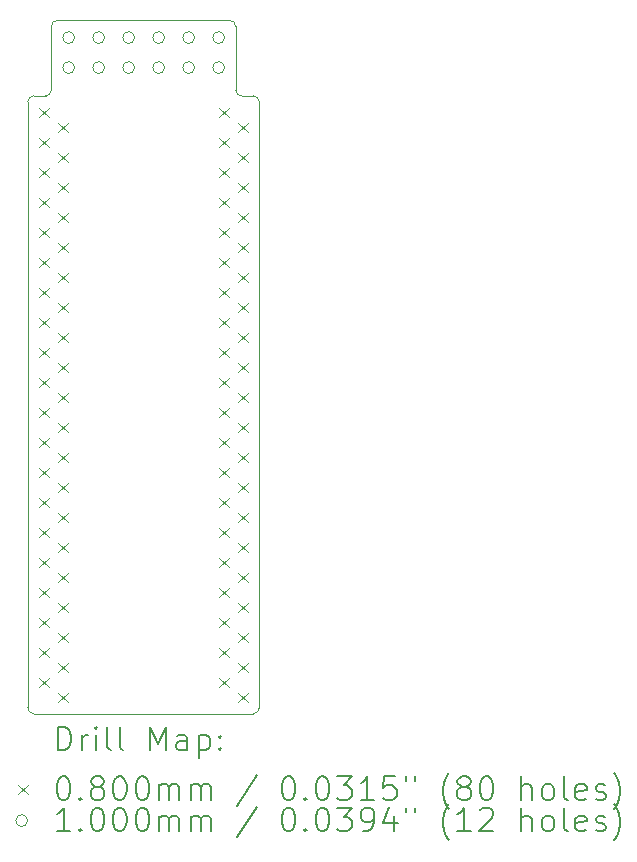
<source format=gbr>
%FSLAX45Y45*%
G04 Gerber Fmt 4.5, Leading zero omitted, Abs format (unit mm)*
G04 Created by KiCad (PCBNEW (6.0.2)) date 2022-04-04 11:22:47*
%MOMM*%
%LPD*%
G01*
G04 APERTURE LIST*
%TA.AperFunction,Profile*%
%ADD10C,0.038100*%
%TD*%
%ADD11C,0.200000*%
%ADD12C,0.080000*%
%ADD13C,0.100000*%
G04 APERTURE END LIST*
D10*
X12533960Y-7892000D02*
X12533960Y-13022000D01*
X14343960Y-7842000D02*
X14443960Y-7842000D01*
X14293960Y-7252000D02*
X14293960Y-7792000D01*
X14443960Y-13072000D02*
G75*
G03*
X14493960Y-13022000I0J50000D01*
G01*
X12783960Y-7202000D02*
G75*
G03*
X12733960Y-7252000I0J-50000D01*
G01*
X14243960Y-7202000D02*
X12783960Y-7202000D01*
X12533960Y-13022000D02*
G75*
G03*
X12583960Y-13072000I50000J0D01*
G01*
X12683960Y-7842000D02*
G75*
G03*
X12733960Y-7792000I0J50000D01*
G01*
X14493960Y-13022000D02*
X14493960Y-7892000D01*
X12733960Y-7792000D02*
X12733960Y-7252000D01*
X14293960Y-7252000D02*
G75*
G03*
X14243960Y-7202000I-50000J0D01*
G01*
X12583960Y-7842000D02*
G75*
G03*
X12533960Y-7892000I0J-50000D01*
G01*
X14493960Y-7892000D02*
G75*
G03*
X14443960Y-7842000I-50000J0D01*
G01*
X12583960Y-13072000D02*
X14443960Y-13072000D01*
X14293960Y-7792000D02*
G75*
G03*
X14343960Y-7842000I50000J0D01*
G01*
X12583960Y-7842000D02*
X12683960Y-7842000D01*
D11*
D12*
X12632585Y-7943000D02*
X12712585Y-8023000D01*
X12712585Y-7943000D02*
X12632585Y-8023000D01*
X12632585Y-8197000D02*
X12712585Y-8277000D01*
X12712585Y-8197000D02*
X12632585Y-8277000D01*
X12632585Y-8451000D02*
X12712585Y-8531000D01*
X12712585Y-8451000D02*
X12632585Y-8531000D01*
X12632585Y-8705000D02*
X12712585Y-8785000D01*
X12712585Y-8705000D02*
X12632585Y-8785000D01*
X12632585Y-8959000D02*
X12712585Y-9039000D01*
X12712585Y-8959000D02*
X12632585Y-9039000D01*
X12632585Y-9213000D02*
X12712585Y-9293000D01*
X12712585Y-9213000D02*
X12632585Y-9293000D01*
X12632585Y-9467000D02*
X12712585Y-9547000D01*
X12712585Y-9467000D02*
X12632585Y-9547000D01*
X12632585Y-9721000D02*
X12712585Y-9801000D01*
X12712585Y-9721000D02*
X12632585Y-9801000D01*
X12632585Y-9975000D02*
X12712585Y-10055000D01*
X12712585Y-9975000D02*
X12632585Y-10055000D01*
X12632585Y-10229000D02*
X12712585Y-10309000D01*
X12712585Y-10229000D02*
X12632585Y-10309000D01*
X12632585Y-10483000D02*
X12712585Y-10563000D01*
X12712585Y-10483000D02*
X12632585Y-10563000D01*
X12632585Y-10737000D02*
X12712585Y-10817000D01*
X12712585Y-10737000D02*
X12632585Y-10817000D01*
X12632585Y-10991000D02*
X12712585Y-11071000D01*
X12712585Y-10991000D02*
X12632585Y-11071000D01*
X12632585Y-11245000D02*
X12712585Y-11325000D01*
X12712585Y-11245000D02*
X12632585Y-11325000D01*
X12632585Y-11499000D02*
X12712585Y-11579000D01*
X12712585Y-11499000D02*
X12632585Y-11579000D01*
X12632585Y-11753000D02*
X12712585Y-11833000D01*
X12712585Y-11753000D02*
X12632585Y-11833000D01*
X12632585Y-12007000D02*
X12712585Y-12087000D01*
X12712585Y-12007000D02*
X12632585Y-12087000D01*
X12632585Y-12261000D02*
X12712585Y-12341000D01*
X12712585Y-12261000D02*
X12632585Y-12341000D01*
X12632585Y-12515000D02*
X12712585Y-12595000D01*
X12712585Y-12515000D02*
X12632585Y-12595000D01*
X12632585Y-12769000D02*
X12712585Y-12849000D01*
X12712585Y-12769000D02*
X12632585Y-12849000D01*
X12791335Y-8070000D02*
X12871335Y-8150000D01*
X12871335Y-8070000D02*
X12791335Y-8150000D01*
X12791335Y-8324000D02*
X12871335Y-8404000D01*
X12871335Y-8324000D02*
X12791335Y-8404000D01*
X12791335Y-8578000D02*
X12871335Y-8658000D01*
X12871335Y-8578000D02*
X12791335Y-8658000D01*
X12791335Y-8832000D02*
X12871335Y-8912000D01*
X12871335Y-8832000D02*
X12791335Y-8912000D01*
X12791335Y-9086000D02*
X12871335Y-9166000D01*
X12871335Y-9086000D02*
X12791335Y-9166000D01*
X12791335Y-9340000D02*
X12871335Y-9420000D01*
X12871335Y-9340000D02*
X12791335Y-9420000D01*
X12791335Y-9594000D02*
X12871335Y-9674000D01*
X12871335Y-9594000D02*
X12791335Y-9674000D01*
X12791335Y-9848000D02*
X12871335Y-9928000D01*
X12871335Y-9848000D02*
X12791335Y-9928000D01*
X12791335Y-10102000D02*
X12871335Y-10182000D01*
X12871335Y-10102000D02*
X12791335Y-10182000D01*
X12791335Y-10356000D02*
X12871335Y-10436000D01*
X12871335Y-10356000D02*
X12791335Y-10436000D01*
X12791335Y-10610000D02*
X12871335Y-10690000D01*
X12871335Y-10610000D02*
X12791335Y-10690000D01*
X12791335Y-10864000D02*
X12871335Y-10944000D01*
X12871335Y-10864000D02*
X12791335Y-10944000D01*
X12791335Y-11118000D02*
X12871335Y-11198000D01*
X12871335Y-11118000D02*
X12791335Y-11198000D01*
X12791335Y-11372000D02*
X12871335Y-11452000D01*
X12871335Y-11372000D02*
X12791335Y-11452000D01*
X12791335Y-11626000D02*
X12871335Y-11706000D01*
X12871335Y-11626000D02*
X12791335Y-11706000D01*
X12791335Y-11880000D02*
X12871335Y-11960000D01*
X12871335Y-11880000D02*
X12791335Y-11960000D01*
X12791335Y-12134000D02*
X12871335Y-12214000D01*
X12871335Y-12134000D02*
X12791335Y-12214000D01*
X12791335Y-12388000D02*
X12871335Y-12468000D01*
X12871335Y-12388000D02*
X12791335Y-12468000D01*
X12791335Y-12642000D02*
X12871335Y-12722000D01*
X12871335Y-12642000D02*
X12791335Y-12722000D01*
X12791335Y-12896000D02*
X12871335Y-12976000D01*
X12871335Y-12896000D02*
X12791335Y-12976000D01*
X14156585Y-7943000D02*
X14236585Y-8023000D01*
X14236585Y-7943000D02*
X14156585Y-8023000D01*
X14156585Y-8197000D02*
X14236585Y-8277000D01*
X14236585Y-8197000D02*
X14156585Y-8277000D01*
X14156585Y-8451000D02*
X14236585Y-8531000D01*
X14236585Y-8451000D02*
X14156585Y-8531000D01*
X14156585Y-8705000D02*
X14236585Y-8785000D01*
X14236585Y-8705000D02*
X14156585Y-8785000D01*
X14156585Y-8959000D02*
X14236585Y-9039000D01*
X14236585Y-8959000D02*
X14156585Y-9039000D01*
X14156585Y-9213000D02*
X14236585Y-9293000D01*
X14236585Y-9213000D02*
X14156585Y-9293000D01*
X14156585Y-9467000D02*
X14236585Y-9547000D01*
X14236585Y-9467000D02*
X14156585Y-9547000D01*
X14156585Y-9721000D02*
X14236585Y-9801000D01*
X14236585Y-9721000D02*
X14156585Y-9801000D01*
X14156585Y-9975000D02*
X14236585Y-10055000D01*
X14236585Y-9975000D02*
X14156585Y-10055000D01*
X14156585Y-10229000D02*
X14236585Y-10309000D01*
X14236585Y-10229000D02*
X14156585Y-10309000D01*
X14156585Y-10483000D02*
X14236585Y-10563000D01*
X14236585Y-10483000D02*
X14156585Y-10563000D01*
X14156585Y-10737000D02*
X14236585Y-10817000D01*
X14236585Y-10737000D02*
X14156585Y-10817000D01*
X14156585Y-10991000D02*
X14236585Y-11071000D01*
X14236585Y-10991000D02*
X14156585Y-11071000D01*
X14156585Y-11245000D02*
X14236585Y-11325000D01*
X14236585Y-11245000D02*
X14156585Y-11325000D01*
X14156585Y-11499000D02*
X14236585Y-11579000D01*
X14236585Y-11499000D02*
X14156585Y-11579000D01*
X14156585Y-11753000D02*
X14236585Y-11833000D01*
X14236585Y-11753000D02*
X14156585Y-11833000D01*
X14156585Y-12007000D02*
X14236585Y-12087000D01*
X14236585Y-12007000D02*
X14156585Y-12087000D01*
X14156585Y-12261000D02*
X14236585Y-12341000D01*
X14236585Y-12261000D02*
X14156585Y-12341000D01*
X14156585Y-12515000D02*
X14236585Y-12595000D01*
X14236585Y-12515000D02*
X14156585Y-12595000D01*
X14156585Y-12769000D02*
X14236585Y-12849000D01*
X14236585Y-12769000D02*
X14156585Y-12849000D01*
X14315335Y-8070000D02*
X14395335Y-8150000D01*
X14395335Y-8070000D02*
X14315335Y-8150000D01*
X14315335Y-8324000D02*
X14395335Y-8404000D01*
X14395335Y-8324000D02*
X14315335Y-8404000D01*
X14315335Y-8578000D02*
X14395335Y-8658000D01*
X14395335Y-8578000D02*
X14315335Y-8658000D01*
X14315335Y-8832000D02*
X14395335Y-8912000D01*
X14395335Y-8832000D02*
X14315335Y-8912000D01*
X14315335Y-9086000D02*
X14395335Y-9166000D01*
X14395335Y-9086000D02*
X14315335Y-9166000D01*
X14315335Y-9340000D02*
X14395335Y-9420000D01*
X14395335Y-9340000D02*
X14315335Y-9420000D01*
X14315335Y-9594000D02*
X14395335Y-9674000D01*
X14395335Y-9594000D02*
X14315335Y-9674000D01*
X14315335Y-9848000D02*
X14395335Y-9928000D01*
X14395335Y-9848000D02*
X14315335Y-9928000D01*
X14315335Y-10102000D02*
X14395335Y-10182000D01*
X14395335Y-10102000D02*
X14315335Y-10182000D01*
X14315335Y-10356000D02*
X14395335Y-10436000D01*
X14395335Y-10356000D02*
X14315335Y-10436000D01*
X14315335Y-10610000D02*
X14395335Y-10690000D01*
X14395335Y-10610000D02*
X14315335Y-10690000D01*
X14315335Y-10864000D02*
X14395335Y-10944000D01*
X14395335Y-10864000D02*
X14315335Y-10944000D01*
X14315335Y-11118000D02*
X14395335Y-11198000D01*
X14395335Y-11118000D02*
X14315335Y-11198000D01*
X14315335Y-11372000D02*
X14395335Y-11452000D01*
X14395335Y-11372000D02*
X14315335Y-11452000D01*
X14315335Y-11626000D02*
X14395335Y-11706000D01*
X14395335Y-11626000D02*
X14315335Y-11706000D01*
X14315335Y-11880000D02*
X14395335Y-11960000D01*
X14395335Y-11880000D02*
X14315335Y-11960000D01*
X14315335Y-12134000D02*
X14395335Y-12214000D01*
X14395335Y-12134000D02*
X14315335Y-12214000D01*
X14315335Y-12388000D02*
X14395335Y-12468000D01*
X14395335Y-12388000D02*
X14315335Y-12468000D01*
X14315335Y-12642000D02*
X14395335Y-12722000D01*
X14395335Y-12642000D02*
X14315335Y-12722000D01*
X14315335Y-12896000D02*
X14395335Y-12976000D01*
X14395335Y-12896000D02*
X14315335Y-12976000D01*
D13*
X12928960Y-7348000D02*
G75*
G03*
X12928960Y-7348000I-50000J0D01*
G01*
X12928960Y-7602000D02*
G75*
G03*
X12928960Y-7602000I-50000J0D01*
G01*
X13182960Y-7348000D02*
G75*
G03*
X13182960Y-7348000I-50000J0D01*
G01*
X13182960Y-7602000D02*
G75*
G03*
X13182960Y-7602000I-50000J0D01*
G01*
X13436960Y-7348000D02*
G75*
G03*
X13436960Y-7348000I-50000J0D01*
G01*
X13436960Y-7602000D02*
G75*
G03*
X13436960Y-7602000I-50000J0D01*
G01*
X13690960Y-7348000D02*
G75*
G03*
X13690960Y-7348000I-50000J0D01*
G01*
X13690960Y-7602000D02*
G75*
G03*
X13690960Y-7602000I-50000J0D01*
G01*
X13944960Y-7348000D02*
G75*
G03*
X13944960Y-7348000I-50000J0D01*
G01*
X13944960Y-7602000D02*
G75*
G03*
X13944960Y-7602000I-50000J0D01*
G01*
X14198960Y-7348000D02*
G75*
G03*
X14198960Y-7348000I-50000J0D01*
G01*
X14198960Y-7602000D02*
G75*
G03*
X14198960Y-7602000I-50000J0D01*
G01*
D11*
X12789674Y-13384381D02*
X12789674Y-13184381D01*
X12837293Y-13184381D01*
X12865864Y-13193905D01*
X12884912Y-13212953D01*
X12894436Y-13232000D01*
X12903960Y-13270095D01*
X12903960Y-13298667D01*
X12894436Y-13336762D01*
X12884912Y-13355810D01*
X12865864Y-13374857D01*
X12837293Y-13384381D01*
X12789674Y-13384381D01*
X12989674Y-13384381D02*
X12989674Y-13251048D01*
X12989674Y-13289143D02*
X12999198Y-13270095D01*
X13008722Y-13260572D01*
X13027769Y-13251048D01*
X13046817Y-13251048D01*
X13113483Y-13384381D02*
X13113483Y-13251048D01*
X13113483Y-13184381D02*
X13103960Y-13193905D01*
X13113483Y-13203429D01*
X13123007Y-13193905D01*
X13113483Y-13184381D01*
X13113483Y-13203429D01*
X13237293Y-13384381D02*
X13218245Y-13374857D01*
X13208722Y-13355810D01*
X13208722Y-13184381D01*
X13342055Y-13384381D02*
X13323007Y-13374857D01*
X13313483Y-13355810D01*
X13313483Y-13184381D01*
X13570626Y-13384381D02*
X13570626Y-13184381D01*
X13637293Y-13327238D01*
X13703960Y-13184381D01*
X13703960Y-13384381D01*
X13884912Y-13384381D02*
X13884912Y-13279619D01*
X13875388Y-13260572D01*
X13856341Y-13251048D01*
X13818245Y-13251048D01*
X13799198Y-13260572D01*
X13884912Y-13374857D02*
X13865864Y-13384381D01*
X13818245Y-13384381D01*
X13799198Y-13374857D01*
X13789674Y-13355810D01*
X13789674Y-13336762D01*
X13799198Y-13317714D01*
X13818245Y-13308191D01*
X13865864Y-13308191D01*
X13884912Y-13298667D01*
X13980150Y-13251048D02*
X13980150Y-13451048D01*
X13980150Y-13260572D02*
X13999198Y-13251048D01*
X14037293Y-13251048D01*
X14056341Y-13260572D01*
X14065864Y-13270095D01*
X14075388Y-13289143D01*
X14075388Y-13346286D01*
X14065864Y-13365333D01*
X14056341Y-13374857D01*
X14037293Y-13384381D01*
X13999198Y-13384381D01*
X13980150Y-13374857D01*
X14161103Y-13365333D02*
X14170626Y-13374857D01*
X14161103Y-13384381D01*
X14151579Y-13374857D01*
X14161103Y-13365333D01*
X14161103Y-13384381D01*
X14161103Y-13260572D02*
X14170626Y-13270095D01*
X14161103Y-13279619D01*
X14151579Y-13270095D01*
X14161103Y-13260572D01*
X14161103Y-13279619D01*
D12*
X12452055Y-13673905D02*
X12532055Y-13753905D01*
X12532055Y-13673905D02*
X12452055Y-13753905D01*
D11*
X12827769Y-13604381D02*
X12846817Y-13604381D01*
X12865864Y-13613905D01*
X12875388Y-13623429D01*
X12884912Y-13642476D01*
X12894436Y-13680572D01*
X12894436Y-13728191D01*
X12884912Y-13766286D01*
X12875388Y-13785333D01*
X12865864Y-13794857D01*
X12846817Y-13804381D01*
X12827769Y-13804381D01*
X12808722Y-13794857D01*
X12799198Y-13785333D01*
X12789674Y-13766286D01*
X12780150Y-13728191D01*
X12780150Y-13680572D01*
X12789674Y-13642476D01*
X12799198Y-13623429D01*
X12808722Y-13613905D01*
X12827769Y-13604381D01*
X12980150Y-13785333D02*
X12989674Y-13794857D01*
X12980150Y-13804381D01*
X12970626Y-13794857D01*
X12980150Y-13785333D01*
X12980150Y-13804381D01*
X13103960Y-13690095D02*
X13084912Y-13680572D01*
X13075388Y-13671048D01*
X13065864Y-13652000D01*
X13065864Y-13642476D01*
X13075388Y-13623429D01*
X13084912Y-13613905D01*
X13103960Y-13604381D01*
X13142055Y-13604381D01*
X13161103Y-13613905D01*
X13170626Y-13623429D01*
X13180150Y-13642476D01*
X13180150Y-13652000D01*
X13170626Y-13671048D01*
X13161103Y-13680572D01*
X13142055Y-13690095D01*
X13103960Y-13690095D01*
X13084912Y-13699619D01*
X13075388Y-13709143D01*
X13065864Y-13728191D01*
X13065864Y-13766286D01*
X13075388Y-13785333D01*
X13084912Y-13794857D01*
X13103960Y-13804381D01*
X13142055Y-13804381D01*
X13161103Y-13794857D01*
X13170626Y-13785333D01*
X13180150Y-13766286D01*
X13180150Y-13728191D01*
X13170626Y-13709143D01*
X13161103Y-13699619D01*
X13142055Y-13690095D01*
X13303960Y-13604381D02*
X13323007Y-13604381D01*
X13342055Y-13613905D01*
X13351579Y-13623429D01*
X13361103Y-13642476D01*
X13370626Y-13680572D01*
X13370626Y-13728191D01*
X13361103Y-13766286D01*
X13351579Y-13785333D01*
X13342055Y-13794857D01*
X13323007Y-13804381D01*
X13303960Y-13804381D01*
X13284912Y-13794857D01*
X13275388Y-13785333D01*
X13265864Y-13766286D01*
X13256341Y-13728191D01*
X13256341Y-13680572D01*
X13265864Y-13642476D01*
X13275388Y-13623429D01*
X13284912Y-13613905D01*
X13303960Y-13604381D01*
X13494436Y-13604381D02*
X13513483Y-13604381D01*
X13532531Y-13613905D01*
X13542055Y-13623429D01*
X13551579Y-13642476D01*
X13561103Y-13680572D01*
X13561103Y-13728191D01*
X13551579Y-13766286D01*
X13542055Y-13785333D01*
X13532531Y-13794857D01*
X13513483Y-13804381D01*
X13494436Y-13804381D01*
X13475388Y-13794857D01*
X13465864Y-13785333D01*
X13456341Y-13766286D01*
X13446817Y-13728191D01*
X13446817Y-13680572D01*
X13456341Y-13642476D01*
X13465864Y-13623429D01*
X13475388Y-13613905D01*
X13494436Y-13604381D01*
X13646817Y-13804381D02*
X13646817Y-13671048D01*
X13646817Y-13690095D02*
X13656341Y-13680572D01*
X13675388Y-13671048D01*
X13703960Y-13671048D01*
X13723007Y-13680572D01*
X13732531Y-13699619D01*
X13732531Y-13804381D01*
X13732531Y-13699619D02*
X13742055Y-13680572D01*
X13761103Y-13671048D01*
X13789674Y-13671048D01*
X13808722Y-13680572D01*
X13818245Y-13699619D01*
X13818245Y-13804381D01*
X13913483Y-13804381D02*
X13913483Y-13671048D01*
X13913483Y-13690095D02*
X13923007Y-13680572D01*
X13942055Y-13671048D01*
X13970626Y-13671048D01*
X13989674Y-13680572D01*
X13999198Y-13699619D01*
X13999198Y-13804381D01*
X13999198Y-13699619D02*
X14008722Y-13680572D01*
X14027769Y-13671048D01*
X14056341Y-13671048D01*
X14075388Y-13680572D01*
X14084912Y-13699619D01*
X14084912Y-13804381D01*
X14475388Y-13594857D02*
X14303960Y-13852000D01*
X14732531Y-13604381D02*
X14751579Y-13604381D01*
X14770626Y-13613905D01*
X14780150Y-13623429D01*
X14789674Y-13642476D01*
X14799198Y-13680572D01*
X14799198Y-13728191D01*
X14789674Y-13766286D01*
X14780150Y-13785333D01*
X14770626Y-13794857D01*
X14751579Y-13804381D01*
X14732531Y-13804381D01*
X14713483Y-13794857D01*
X14703960Y-13785333D01*
X14694436Y-13766286D01*
X14684912Y-13728191D01*
X14684912Y-13680572D01*
X14694436Y-13642476D01*
X14703960Y-13623429D01*
X14713483Y-13613905D01*
X14732531Y-13604381D01*
X14884912Y-13785333D02*
X14894436Y-13794857D01*
X14884912Y-13804381D01*
X14875388Y-13794857D01*
X14884912Y-13785333D01*
X14884912Y-13804381D01*
X15018245Y-13604381D02*
X15037293Y-13604381D01*
X15056341Y-13613905D01*
X15065864Y-13623429D01*
X15075388Y-13642476D01*
X15084912Y-13680572D01*
X15084912Y-13728191D01*
X15075388Y-13766286D01*
X15065864Y-13785333D01*
X15056341Y-13794857D01*
X15037293Y-13804381D01*
X15018245Y-13804381D01*
X14999198Y-13794857D01*
X14989674Y-13785333D01*
X14980150Y-13766286D01*
X14970626Y-13728191D01*
X14970626Y-13680572D01*
X14980150Y-13642476D01*
X14989674Y-13623429D01*
X14999198Y-13613905D01*
X15018245Y-13604381D01*
X15151579Y-13604381D02*
X15275388Y-13604381D01*
X15208722Y-13680572D01*
X15237293Y-13680572D01*
X15256341Y-13690095D01*
X15265864Y-13699619D01*
X15275388Y-13718667D01*
X15275388Y-13766286D01*
X15265864Y-13785333D01*
X15256341Y-13794857D01*
X15237293Y-13804381D01*
X15180150Y-13804381D01*
X15161103Y-13794857D01*
X15151579Y-13785333D01*
X15465864Y-13804381D02*
X15351579Y-13804381D01*
X15408722Y-13804381D02*
X15408722Y-13604381D01*
X15389674Y-13632953D01*
X15370626Y-13652000D01*
X15351579Y-13661524D01*
X15646817Y-13604381D02*
X15551579Y-13604381D01*
X15542055Y-13699619D01*
X15551579Y-13690095D01*
X15570626Y-13680572D01*
X15618245Y-13680572D01*
X15637293Y-13690095D01*
X15646817Y-13699619D01*
X15656341Y-13718667D01*
X15656341Y-13766286D01*
X15646817Y-13785333D01*
X15637293Y-13794857D01*
X15618245Y-13804381D01*
X15570626Y-13804381D01*
X15551579Y-13794857D01*
X15542055Y-13785333D01*
X15732531Y-13604381D02*
X15732531Y-13642476D01*
X15808722Y-13604381D02*
X15808722Y-13642476D01*
X16103960Y-13880572D02*
X16094436Y-13871048D01*
X16075388Y-13842476D01*
X16065864Y-13823429D01*
X16056341Y-13794857D01*
X16046817Y-13747238D01*
X16046817Y-13709143D01*
X16056341Y-13661524D01*
X16065864Y-13632953D01*
X16075388Y-13613905D01*
X16094436Y-13585333D01*
X16103960Y-13575810D01*
X16208722Y-13690095D02*
X16189674Y-13680572D01*
X16180150Y-13671048D01*
X16170626Y-13652000D01*
X16170626Y-13642476D01*
X16180150Y-13623429D01*
X16189674Y-13613905D01*
X16208722Y-13604381D01*
X16246817Y-13604381D01*
X16265864Y-13613905D01*
X16275388Y-13623429D01*
X16284912Y-13642476D01*
X16284912Y-13652000D01*
X16275388Y-13671048D01*
X16265864Y-13680572D01*
X16246817Y-13690095D01*
X16208722Y-13690095D01*
X16189674Y-13699619D01*
X16180150Y-13709143D01*
X16170626Y-13728191D01*
X16170626Y-13766286D01*
X16180150Y-13785333D01*
X16189674Y-13794857D01*
X16208722Y-13804381D01*
X16246817Y-13804381D01*
X16265864Y-13794857D01*
X16275388Y-13785333D01*
X16284912Y-13766286D01*
X16284912Y-13728191D01*
X16275388Y-13709143D01*
X16265864Y-13699619D01*
X16246817Y-13690095D01*
X16408722Y-13604381D02*
X16427769Y-13604381D01*
X16446817Y-13613905D01*
X16456341Y-13623429D01*
X16465864Y-13642476D01*
X16475388Y-13680572D01*
X16475388Y-13728191D01*
X16465864Y-13766286D01*
X16456341Y-13785333D01*
X16446817Y-13794857D01*
X16427769Y-13804381D01*
X16408722Y-13804381D01*
X16389674Y-13794857D01*
X16380150Y-13785333D01*
X16370626Y-13766286D01*
X16361103Y-13728191D01*
X16361103Y-13680572D01*
X16370626Y-13642476D01*
X16380150Y-13623429D01*
X16389674Y-13613905D01*
X16408722Y-13604381D01*
X16713483Y-13804381D02*
X16713483Y-13604381D01*
X16799198Y-13804381D02*
X16799198Y-13699619D01*
X16789674Y-13680572D01*
X16770626Y-13671048D01*
X16742055Y-13671048D01*
X16723007Y-13680572D01*
X16713483Y-13690095D01*
X16923007Y-13804381D02*
X16903960Y-13794857D01*
X16894436Y-13785333D01*
X16884912Y-13766286D01*
X16884912Y-13709143D01*
X16894436Y-13690095D01*
X16903960Y-13680572D01*
X16923007Y-13671048D01*
X16951579Y-13671048D01*
X16970626Y-13680572D01*
X16980150Y-13690095D01*
X16989674Y-13709143D01*
X16989674Y-13766286D01*
X16980150Y-13785333D01*
X16970626Y-13794857D01*
X16951579Y-13804381D01*
X16923007Y-13804381D01*
X17103960Y-13804381D02*
X17084912Y-13794857D01*
X17075388Y-13775810D01*
X17075388Y-13604381D01*
X17256341Y-13794857D02*
X17237293Y-13804381D01*
X17199198Y-13804381D01*
X17180150Y-13794857D01*
X17170626Y-13775810D01*
X17170626Y-13699619D01*
X17180150Y-13680572D01*
X17199198Y-13671048D01*
X17237293Y-13671048D01*
X17256341Y-13680572D01*
X17265865Y-13699619D01*
X17265865Y-13718667D01*
X17170626Y-13737714D01*
X17342055Y-13794857D02*
X17361103Y-13804381D01*
X17399198Y-13804381D01*
X17418245Y-13794857D01*
X17427769Y-13775810D01*
X17427769Y-13766286D01*
X17418245Y-13747238D01*
X17399198Y-13737714D01*
X17370626Y-13737714D01*
X17351579Y-13728191D01*
X17342055Y-13709143D01*
X17342055Y-13699619D01*
X17351579Y-13680572D01*
X17370626Y-13671048D01*
X17399198Y-13671048D01*
X17418245Y-13680572D01*
X17494436Y-13880572D02*
X17503960Y-13871048D01*
X17523007Y-13842476D01*
X17532531Y-13823429D01*
X17542055Y-13794857D01*
X17551579Y-13747238D01*
X17551579Y-13709143D01*
X17542055Y-13661524D01*
X17532531Y-13632953D01*
X17523007Y-13613905D01*
X17503960Y-13585333D01*
X17494436Y-13575810D01*
D13*
X12532055Y-13977905D02*
G75*
G03*
X12532055Y-13977905I-50000J0D01*
G01*
D11*
X12894436Y-14068381D02*
X12780150Y-14068381D01*
X12837293Y-14068381D02*
X12837293Y-13868381D01*
X12818245Y-13896953D01*
X12799198Y-13916000D01*
X12780150Y-13925524D01*
X12980150Y-14049333D02*
X12989674Y-14058857D01*
X12980150Y-14068381D01*
X12970626Y-14058857D01*
X12980150Y-14049333D01*
X12980150Y-14068381D01*
X13113483Y-13868381D02*
X13132531Y-13868381D01*
X13151579Y-13877905D01*
X13161103Y-13887429D01*
X13170626Y-13906476D01*
X13180150Y-13944572D01*
X13180150Y-13992191D01*
X13170626Y-14030286D01*
X13161103Y-14049333D01*
X13151579Y-14058857D01*
X13132531Y-14068381D01*
X13113483Y-14068381D01*
X13094436Y-14058857D01*
X13084912Y-14049333D01*
X13075388Y-14030286D01*
X13065864Y-13992191D01*
X13065864Y-13944572D01*
X13075388Y-13906476D01*
X13084912Y-13887429D01*
X13094436Y-13877905D01*
X13113483Y-13868381D01*
X13303960Y-13868381D02*
X13323007Y-13868381D01*
X13342055Y-13877905D01*
X13351579Y-13887429D01*
X13361103Y-13906476D01*
X13370626Y-13944572D01*
X13370626Y-13992191D01*
X13361103Y-14030286D01*
X13351579Y-14049333D01*
X13342055Y-14058857D01*
X13323007Y-14068381D01*
X13303960Y-14068381D01*
X13284912Y-14058857D01*
X13275388Y-14049333D01*
X13265864Y-14030286D01*
X13256341Y-13992191D01*
X13256341Y-13944572D01*
X13265864Y-13906476D01*
X13275388Y-13887429D01*
X13284912Y-13877905D01*
X13303960Y-13868381D01*
X13494436Y-13868381D02*
X13513483Y-13868381D01*
X13532531Y-13877905D01*
X13542055Y-13887429D01*
X13551579Y-13906476D01*
X13561103Y-13944572D01*
X13561103Y-13992191D01*
X13551579Y-14030286D01*
X13542055Y-14049333D01*
X13532531Y-14058857D01*
X13513483Y-14068381D01*
X13494436Y-14068381D01*
X13475388Y-14058857D01*
X13465864Y-14049333D01*
X13456341Y-14030286D01*
X13446817Y-13992191D01*
X13446817Y-13944572D01*
X13456341Y-13906476D01*
X13465864Y-13887429D01*
X13475388Y-13877905D01*
X13494436Y-13868381D01*
X13646817Y-14068381D02*
X13646817Y-13935048D01*
X13646817Y-13954095D02*
X13656341Y-13944572D01*
X13675388Y-13935048D01*
X13703960Y-13935048D01*
X13723007Y-13944572D01*
X13732531Y-13963619D01*
X13732531Y-14068381D01*
X13732531Y-13963619D02*
X13742055Y-13944572D01*
X13761103Y-13935048D01*
X13789674Y-13935048D01*
X13808722Y-13944572D01*
X13818245Y-13963619D01*
X13818245Y-14068381D01*
X13913483Y-14068381D02*
X13913483Y-13935048D01*
X13913483Y-13954095D02*
X13923007Y-13944572D01*
X13942055Y-13935048D01*
X13970626Y-13935048D01*
X13989674Y-13944572D01*
X13999198Y-13963619D01*
X13999198Y-14068381D01*
X13999198Y-13963619D02*
X14008722Y-13944572D01*
X14027769Y-13935048D01*
X14056341Y-13935048D01*
X14075388Y-13944572D01*
X14084912Y-13963619D01*
X14084912Y-14068381D01*
X14475388Y-13858857D02*
X14303960Y-14116000D01*
X14732531Y-13868381D02*
X14751579Y-13868381D01*
X14770626Y-13877905D01*
X14780150Y-13887429D01*
X14789674Y-13906476D01*
X14799198Y-13944572D01*
X14799198Y-13992191D01*
X14789674Y-14030286D01*
X14780150Y-14049333D01*
X14770626Y-14058857D01*
X14751579Y-14068381D01*
X14732531Y-14068381D01*
X14713483Y-14058857D01*
X14703960Y-14049333D01*
X14694436Y-14030286D01*
X14684912Y-13992191D01*
X14684912Y-13944572D01*
X14694436Y-13906476D01*
X14703960Y-13887429D01*
X14713483Y-13877905D01*
X14732531Y-13868381D01*
X14884912Y-14049333D02*
X14894436Y-14058857D01*
X14884912Y-14068381D01*
X14875388Y-14058857D01*
X14884912Y-14049333D01*
X14884912Y-14068381D01*
X15018245Y-13868381D02*
X15037293Y-13868381D01*
X15056341Y-13877905D01*
X15065864Y-13887429D01*
X15075388Y-13906476D01*
X15084912Y-13944572D01*
X15084912Y-13992191D01*
X15075388Y-14030286D01*
X15065864Y-14049333D01*
X15056341Y-14058857D01*
X15037293Y-14068381D01*
X15018245Y-14068381D01*
X14999198Y-14058857D01*
X14989674Y-14049333D01*
X14980150Y-14030286D01*
X14970626Y-13992191D01*
X14970626Y-13944572D01*
X14980150Y-13906476D01*
X14989674Y-13887429D01*
X14999198Y-13877905D01*
X15018245Y-13868381D01*
X15151579Y-13868381D02*
X15275388Y-13868381D01*
X15208722Y-13944572D01*
X15237293Y-13944572D01*
X15256341Y-13954095D01*
X15265864Y-13963619D01*
X15275388Y-13982667D01*
X15275388Y-14030286D01*
X15265864Y-14049333D01*
X15256341Y-14058857D01*
X15237293Y-14068381D01*
X15180150Y-14068381D01*
X15161103Y-14058857D01*
X15151579Y-14049333D01*
X15370626Y-14068381D02*
X15408722Y-14068381D01*
X15427769Y-14058857D01*
X15437293Y-14049333D01*
X15456341Y-14020762D01*
X15465864Y-13982667D01*
X15465864Y-13906476D01*
X15456341Y-13887429D01*
X15446817Y-13877905D01*
X15427769Y-13868381D01*
X15389674Y-13868381D01*
X15370626Y-13877905D01*
X15361103Y-13887429D01*
X15351579Y-13906476D01*
X15351579Y-13954095D01*
X15361103Y-13973143D01*
X15370626Y-13982667D01*
X15389674Y-13992191D01*
X15427769Y-13992191D01*
X15446817Y-13982667D01*
X15456341Y-13973143D01*
X15465864Y-13954095D01*
X15637293Y-13935048D02*
X15637293Y-14068381D01*
X15589674Y-13858857D02*
X15542055Y-14001714D01*
X15665864Y-14001714D01*
X15732531Y-13868381D02*
X15732531Y-13906476D01*
X15808722Y-13868381D02*
X15808722Y-13906476D01*
X16103960Y-14144572D02*
X16094436Y-14135048D01*
X16075388Y-14106476D01*
X16065864Y-14087429D01*
X16056341Y-14058857D01*
X16046817Y-14011238D01*
X16046817Y-13973143D01*
X16056341Y-13925524D01*
X16065864Y-13896953D01*
X16075388Y-13877905D01*
X16094436Y-13849333D01*
X16103960Y-13839810D01*
X16284912Y-14068381D02*
X16170626Y-14068381D01*
X16227769Y-14068381D02*
X16227769Y-13868381D01*
X16208722Y-13896953D01*
X16189674Y-13916000D01*
X16170626Y-13925524D01*
X16361103Y-13887429D02*
X16370626Y-13877905D01*
X16389674Y-13868381D01*
X16437293Y-13868381D01*
X16456341Y-13877905D01*
X16465864Y-13887429D01*
X16475388Y-13906476D01*
X16475388Y-13925524D01*
X16465864Y-13954095D01*
X16351579Y-14068381D01*
X16475388Y-14068381D01*
X16713483Y-14068381D02*
X16713483Y-13868381D01*
X16799198Y-14068381D02*
X16799198Y-13963619D01*
X16789674Y-13944572D01*
X16770626Y-13935048D01*
X16742055Y-13935048D01*
X16723007Y-13944572D01*
X16713483Y-13954095D01*
X16923007Y-14068381D02*
X16903960Y-14058857D01*
X16894436Y-14049333D01*
X16884912Y-14030286D01*
X16884912Y-13973143D01*
X16894436Y-13954095D01*
X16903960Y-13944572D01*
X16923007Y-13935048D01*
X16951579Y-13935048D01*
X16970626Y-13944572D01*
X16980150Y-13954095D01*
X16989674Y-13973143D01*
X16989674Y-14030286D01*
X16980150Y-14049333D01*
X16970626Y-14058857D01*
X16951579Y-14068381D01*
X16923007Y-14068381D01*
X17103960Y-14068381D02*
X17084912Y-14058857D01*
X17075388Y-14039810D01*
X17075388Y-13868381D01*
X17256341Y-14058857D02*
X17237293Y-14068381D01*
X17199198Y-14068381D01*
X17180150Y-14058857D01*
X17170626Y-14039810D01*
X17170626Y-13963619D01*
X17180150Y-13944572D01*
X17199198Y-13935048D01*
X17237293Y-13935048D01*
X17256341Y-13944572D01*
X17265865Y-13963619D01*
X17265865Y-13982667D01*
X17170626Y-14001714D01*
X17342055Y-14058857D02*
X17361103Y-14068381D01*
X17399198Y-14068381D01*
X17418245Y-14058857D01*
X17427769Y-14039810D01*
X17427769Y-14030286D01*
X17418245Y-14011238D01*
X17399198Y-14001714D01*
X17370626Y-14001714D01*
X17351579Y-13992191D01*
X17342055Y-13973143D01*
X17342055Y-13963619D01*
X17351579Y-13944572D01*
X17370626Y-13935048D01*
X17399198Y-13935048D01*
X17418245Y-13944572D01*
X17494436Y-14144572D02*
X17503960Y-14135048D01*
X17523007Y-14106476D01*
X17532531Y-14087429D01*
X17542055Y-14058857D01*
X17551579Y-14011238D01*
X17551579Y-13973143D01*
X17542055Y-13925524D01*
X17532531Y-13896953D01*
X17523007Y-13877905D01*
X17503960Y-13849333D01*
X17494436Y-13839810D01*
M02*

</source>
